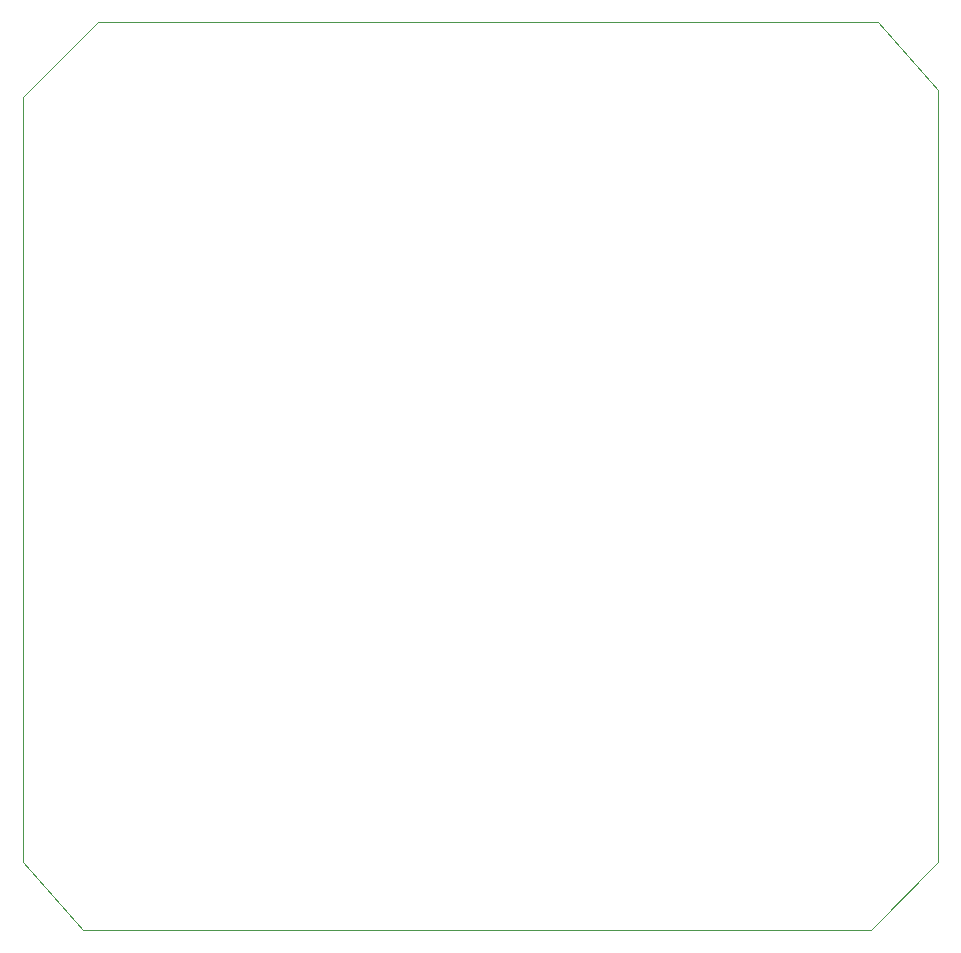
<source format=gm1>
%TF.GenerationSoftware,KiCad,Pcbnew,6.0.0*%
%TF.CreationDate,2022-01-15T13:24:48-05:00*%
%TF.ProjectId,wled-driver-nodemcu-v2,776c6564-2d64-4726-9976-65722d6e6f64,rev?*%
%TF.SameCoordinates,Original*%
%TF.FileFunction,Profile,NP*%
%FSLAX46Y46*%
G04 Gerber Fmt 4.6, Leading zero omitted, Abs format (unit mm)*
G04 Created by KiCad (PCBNEW 6.0.0) date 2022-01-15 13:24:48*
%MOMM*%
%LPD*%
G01*
G04 APERTURE LIST*
%TA.AperFunction,Profile*%
%ADD10C,0.050000*%
%TD*%
G04 APERTURE END LIST*
D10*
X163830000Y-111760000D02*
X158115000Y-117475000D01*
X158115000Y-117475000D02*
X91440000Y-117475000D01*
X91440000Y-117475000D02*
X86360000Y-111760000D01*
X86360000Y-111760000D02*
X86360000Y-46990000D01*
X86360000Y-46990000D02*
X92710000Y-40640000D01*
X92710000Y-40640000D02*
X158750000Y-40640000D01*
X158750000Y-40640000D02*
X163830000Y-46355000D01*
X163830000Y-46355000D02*
X163830000Y-111760000D01*
M02*

</source>
